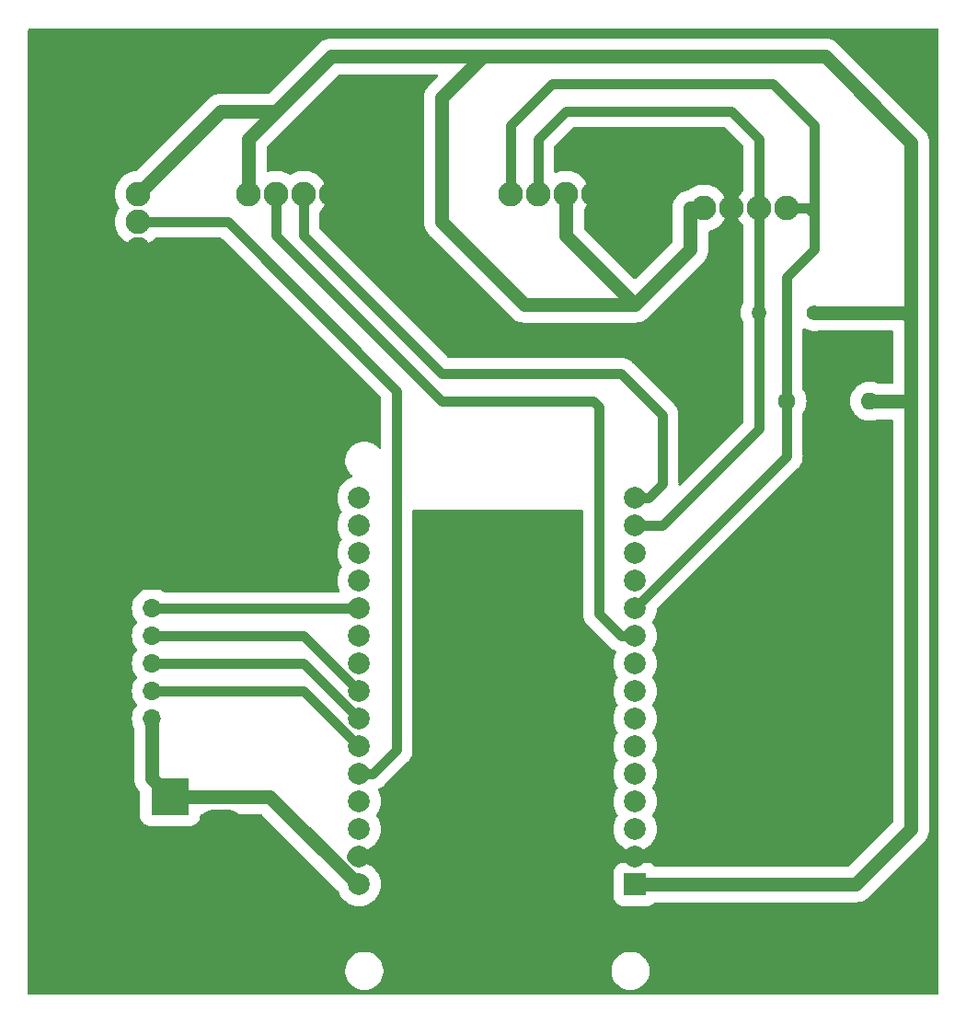
<source format=gbr>
%TF.GenerationSoftware,KiCad,Pcbnew,7.0.8*%
%TF.CreationDate,2023-11-16T13:38:24-05:00*%
%TF.ProjectId,tarbiukuan,74617262-6975-46b7-9561-6e2e6b696361,rev?*%
%TF.SameCoordinates,Original*%
%TF.FileFunction,Copper,L2,Bot*%
%TF.FilePolarity,Positive*%
%FSLAX46Y46*%
G04 Gerber Fmt 4.6, Leading zero omitted, Abs format (unit mm)*
G04 Created by KiCad (PCBNEW 7.0.8) date 2023-11-16 13:38:24*
%MOMM*%
%LPD*%
G01*
G04 APERTURE LIST*
G04 Aperture macros list*
%AMRoundRect*
0 Rectangle with rounded corners*
0 $1 Rounding radius*
0 $2 $3 $4 $5 $6 $7 $8 $9 X,Y pos of 4 corners*
0 Add a 4 corners polygon primitive as box body*
4,1,4,$2,$3,$4,$5,$6,$7,$8,$9,$2,$3,0*
0 Add four circle primitives for the rounded corners*
1,1,$1+$1,$2,$3*
1,1,$1+$1,$4,$5*
1,1,$1+$1,$6,$7*
1,1,$1+$1,$8,$9*
0 Add four rect primitives between the rounded corners*
20,1,$1+$1,$2,$3,$4,$5,0*
20,1,$1+$1,$4,$5,$6,$7,0*
20,1,$1+$1,$6,$7,$8,$9,0*
20,1,$1+$1,$8,$9,$2,$3,0*%
%AMFreePoly0*
4,1,35,0.312797,1.099367,0.509479,1.023172,0.688811,0.912134,0.844687,0.770034,0.971798,0.601712,1.065816,0.412899,1.123538,0.210026,1.143000,0.000000,1.123538,-0.210026,1.065816,-0.412899,0.971798,-0.601712,0.844687,-0.770034,0.688811,-0.912134,0.509479,-1.023172,0.312797,-1.099367,0.105463,-1.138124,-0.105463,-1.138124,-0.312797,-1.099367,-0.509479,-1.023172,-0.688811,-0.912134,
-0.844687,-0.770034,-0.971798,-0.601712,-1.065816,-0.412899,-1.123538,-0.210026,-1.143000,0.000000,-1.123538,0.210026,-1.065816,0.412899,-0.971798,0.601712,-0.844687,0.770034,-0.688811,0.912134,-0.509479,1.023172,-0.312797,1.099367,-0.105463,1.138124,0.105463,1.138124,0.312797,1.099367,0.312797,1.099367,$1*%
G04 Aperture macros list end*
%TA.AperFunction,ComponentPad*%
%ADD10R,2.000000X2.000000*%
%TD*%
%TA.AperFunction,ComponentPad*%
%ADD11C,2.000000*%
%TD*%
%TA.AperFunction,ComponentPad*%
%ADD12FreePoly0,180.000000*%
%TD*%
%TA.AperFunction,ComponentPad*%
%ADD13C,1.600000*%
%TD*%
%TA.AperFunction,ComponentPad*%
%ADD14O,1.600000X1.600000*%
%TD*%
%TA.AperFunction,ComponentPad*%
%ADD15R,1.700000X1.700000*%
%TD*%
%TA.AperFunction,ComponentPad*%
%ADD16O,1.700000X1.700000*%
%TD*%
%TA.AperFunction,ComponentPad*%
%ADD17R,3.500000X3.500000*%
%TD*%
%TA.AperFunction,ComponentPad*%
%ADD18RoundRect,0.750000X1.000000X-0.750000X1.000000X0.750000X-1.000000X0.750000X-1.000000X-0.750000X0*%
%TD*%
%TA.AperFunction,ComponentPad*%
%ADD19RoundRect,0.875000X0.875000X-0.875000X0.875000X0.875000X-0.875000X0.875000X-0.875000X-0.875000X0*%
%TD*%
%TA.AperFunction,ComponentPad*%
%ADD20C,1.400000*%
%TD*%
%TA.AperFunction,ComponentPad*%
%ADD21O,1.400000X1.400000*%
%TD*%
%TA.AperFunction,ComponentPad*%
%ADD22FreePoly0,90.000000*%
%TD*%
%TA.AperFunction,ComponentPad*%
%ADD23FreePoly0,0.000000*%
%TD*%
%TA.AperFunction,ViaPad*%
%ADD24C,0.800000*%
%TD*%
%TA.AperFunction,Conductor*%
%ADD25C,0.900000*%
%TD*%
%TA.AperFunction,Conductor*%
%ADD26C,1.300000*%
%TD*%
G04 APERTURE END LIST*
D10*
%TO.P,U1,1,3V3*%
%TO.N,+3.3V*%
X152400000Y-137160000D03*
D11*
%TO.P,U1,2,GND*%
%TO.N,GND*%
X152400000Y-134620000D03*
%TO.P,U1,3,D15*%
%TO.N,unconnected-(U1-D15-Pad3)*%
X152400000Y-132080000D03*
%TO.P,U1,4,D2*%
%TO.N,unconnected-(U1-D2-Pad4)*%
X152400000Y-129540000D03*
%TO.P,U1,5,D4*%
%TO.N,unconnected-(U1-D4-Pad5)*%
X152400000Y-127000000D03*
%TO.P,U1,6,RX2*%
%TO.N,unconnected-(U1-RX2-Pad6)*%
X152400000Y-124460000D03*
%TO.P,U1,7,TX2*%
%TO.N,unconnected-(U1-TX2-Pad7)*%
X152400000Y-121920000D03*
%TO.P,U1,8,D5*%
%TO.N,unconnected-(U1-D5-Pad8)*%
X152400000Y-119380000D03*
%TO.P,U1,9,D18*%
%TO.N,unconnected-(U1-D18-Pad9)*%
X152400000Y-116840000D03*
%TO.P,U1,10,D19*%
%TO.N,/SDA1*%
X152400000Y-114300000D03*
%TO.P,U1,11,D21*%
%TO.N,/SDA*%
X152400000Y-111760000D03*
%TO.P,U1,12,RX0*%
%TO.N,unconnected-(U1-RX0-Pad12)*%
X152400000Y-109220000D03*
%TO.P,U1,13,TX0*%
%TO.N,unconnected-(U1-TX0-Pad13)*%
X152400000Y-106680000D03*
%TO.P,U1,14,D22*%
%TO.N,/SCL*%
X152400000Y-104140000D03*
%TO.P,U1,15,D23*%
%TO.N,/SCL1*%
X152400000Y-101600000D03*
%TO.P,U1,16,EN*%
%TO.N,unconnected-(U1-EN-Pad16)*%
X127000000Y-101600000D03*
%TO.P,U1,17,VP*%
%TO.N,unconnected-(U1-VP-Pad17)*%
X127000000Y-104140000D03*
%TO.P,U1,18,VN*%
%TO.N,unconnected-(U1-VN-Pad18)*%
X127000000Y-106680000D03*
%TO.P,U1,19,D34*%
%TO.N,unconnected-(U1-D34-Pad19)*%
X127000000Y-109220000D03*
%TO.P,U1,20,D35*%
%TO.N,/D35*%
X127000000Y-111760000D03*
%TO.P,U1,21,D32*%
%TO.N,unconnected-(U1-D32-Pad21)*%
X127000000Y-114300000D03*
%TO.P,U1,22,D33*%
%TO.N,unconnected-(U1-D33-Pad22)*%
X127000000Y-116840000D03*
%TO.P,U1,23,D25*%
%TO.N,/D25*%
X127000000Y-119380000D03*
%TO.P,U1,24,D26*%
%TO.N,/D26*%
X127000000Y-121920000D03*
%TO.P,U1,25,D27*%
%TO.N,/D27*%
X127000000Y-124460000D03*
%TO.P,U1,26,D14*%
%TO.N,/OUT*%
X127000000Y-127000000D03*
%TO.P,U1,27,D12*%
%TO.N,unconnected-(U1-D12-Pad27)*%
X127000000Y-129540000D03*
%TO.P,U1,28,D13*%
%TO.N,unconnected-(U1-D13-Pad28)*%
X127000000Y-132080000D03*
%TO.P,U1,29,GND*%
%TO.N,GND*%
X127000000Y-134620000D03*
%TO.P,U1,30,VIN*%
%TO.N,+5V*%
X127000000Y-137160000D03*
%TD*%
D12*
%TO.P,MLX1,1,SDA*%
%TO.N,/SDA*%
X166370000Y-74930000D03*
%TO.P,MLX1,2,SCL*%
%TO.N,/SCL*%
X163830000Y-74930000D03*
%TO.P,MLX1,3,GND*%
%TO.N,GND*%
X161290000Y-74930000D03*
%TO.P,MLX1,4,VIN*%
%TO.N,+3.3V*%
X158750000Y-74930000D03*
%TD*%
D13*
%TO.P,R1,1*%
%TO.N,/SDA*%
X166370000Y-92710000D03*
D14*
%TO.P,R1,2*%
%TO.N,+3.3V*%
X173990000Y-92710000D03*
%TD*%
D15*
%TO.P,J1,1,Pin_1*%
%TO.N,GND*%
X107950000Y-109220000D03*
D16*
%TO.P,J1,2,Pin_2*%
%TO.N,/D35*%
X107950000Y-111760000D03*
%TO.P,J1,3,Pin_3*%
%TO.N,/D25*%
X107950000Y-114300000D03*
%TO.P,J1,4,Pin_4*%
%TO.N,/D26*%
X107950000Y-116840000D03*
%TO.P,J1,5,Pin_5*%
%TO.N,/D27*%
X107950000Y-119380000D03*
%TO.P,J1,6,Pin_6*%
%TO.N,+5V*%
X107950000Y-121920000D03*
%TD*%
D17*
%TO.P,J3,1*%
%TO.N,+5V*%
X109600000Y-129080000D03*
D18*
%TO.P,J3,2*%
%TO.N,GND*%
X109600000Y-135080000D03*
D19*
%TO.P,J3,3*%
X114300000Y-132080000D03*
%TD*%
D20*
%TO.P,R2,1*%
%TO.N,+3.3V*%
X168910000Y-84533750D03*
D21*
%TO.P,R2,2*%
%TO.N,/SCL*%
X163830000Y-84533750D03*
%TD*%
D22*
%TO.P,Son1,1,GND*%
%TO.N,GND*%
X106680000Y-78740000D03*
%TO.P,Son1,2,OUT*%
%TO.N,/OUT*%
X106680000Y-76200000D03*
%TO.P,Son1,3,+5V*%
%TO.N,+3.3V*%
X106680000Y-73660000D03*
%TD*%
D12*
%TO.P,Oled1,1,GND*%
%TO.N,GND*%
X148590000Y-73660000D03*
%TO.P,Oled1,2,VCC*%
%TO.N,+3.3V*%
X146050000Y-73660000D03*
%TO.P,Oled1,3,SCL*%
%TO.N,/SCL*%
X143510000Y-73660000D03*
%TO.P,Oled1,4,SDA*%
%TO.N,/SDA*%
X140970000Y-73660000D03*
%TD*%
D23*
%TO.P,MAX1,1,VIN*%
%TO.N,+3.3V*%
X116840000Y-73660000D03*
%TO.P,MAX1,2,SDA*%
%TO.N,/SDA1*%
X119380000Y-73660000D03*
%TO.P,MAX1,3,SCL*%
%TO.N,/SCL1*%
X121920000Y-73660000D03*
%TO.P,MAX1,4,GND*%
%TO.N,GND*%
X124460000Y-73660000D03*
%TD*%
D24*
%TO.N,GND*%
X129540000Y-81280000D03*
X120650000Y-87630000D03*
X153670000Y-78740000D03*
X157480000Y-90170000D03*
%TD*%
D25*
%TO.N,/SDA1*%
X148590000Y-92710000D02*
X134620000Y-92710000D01*
X134620000Y-92710000D02*
X119380000Y-77470000D01*
X149060000Y-93180000D02*
X148590000Y-92710000D01*
X149060000Y-112230000D02*
X149060000Y-93180000D01*
X119380000Y-77470000D02*
X119380000Y-73660000D01*
X151130000Y-114300000D02*
X149060000Y-112230000D01*
X152400000Y-114300000D02*
X151130000Y-114300000D01*
%TO.N,/SCL1*%
X153670000Y-101600000D02*
X154940000Y-100330000D01*
X152400000Y-101600000D02*
X153670000Y-101600000D01*
X134620000Y-90170000D02*
X151130000Y-90170000D01*
X154940000Y-93980000D02*
X154940000Y-100330000D01*
X121920000Y-77470000D02*
X134620000Y-90170000D01*
X121920000Y-73660000D02*
X121920000Y-77470000D01*
X151130000Y-90170000D02*
X154940000Y-93980000D01*
%TO.N,/OUT*%
X114940390Y-76200000D02*
X106680000Y-76200000D01*
X130470000Y-91729610D02*
X114940390Y-76200000D01*
X130470000Y-124800000D02*
X130470000Y-91729610D01*
X128270000Y-127000000D02*
X130470000Y-124800000D01*
X127000000Y-127000000D02*
X128270000Y-127000000D01*
%TO.N,/SCL*%
X143510000Y-68580000D02*
X143510000Y-73660000D01*
X161290000Y-66040000D02*
X146050000Y-66040000D01*
X154940000Y-104140000D02*
X163830000Y-95250000D01*
X163830000Y-95250000D02*
X163830000Y-68580000D01*
X163830000Y-68580000D02*
X161290000Y-66040000D01*
X146050000Y-66040000D02*
X143510000Y-68580000D01*
X152400000Y-104140000D02*
X154940000Y-104140000D01*
%TO.N,/D35*%
X107950000Y-111760000D02*
X127000000Y-111760000D01*
%TO.N,/D25*%
X107950000Y-114300000D02*
X121920000Y-114300000D01*
%TO.N,/D26*%
X107950000Y-116840000D02*
X121920000Y-116840000D01*
%TO.N,/D27*%
X107950000Y-119380000D02*
X121920000Y-119380000D01*
D26*
%TO.N,+5V*%
X107950000Y-127430000D02*
X109600000Y-129080000D01*
X107950000Y-121920000D02*
X107950000Y-127430000D01*
%TO.N,GND*%
X126505024Y-134620000D02*
X127000000Y-134620000D01*
D25*
%TO.N,/D25*%
X121920000Y-114300000D02*
X127000000Y-119380000D01*
%TO.N,/D26*%
X121920000Y-116840000D02*
X127000000Y-121920000D01*
%TO.N,/D27*%
X121920000Y-119380000D02*
X127000000Y-124460000D01*
D26*
%TO.N,+5V*%
X118767336Y-129080000D02*
X126847336Y-137160000D01*
X126847336Y-137160000D02*
X127000000Y-137160000D01*
X109600000Y-129080000D02*
X118767336Y-129080000D01*
%TO.N,+3.3V*%
X168910000Y-84533750D02*
X177243750Y-84533750D01*
X177800000Y-132080000D02*
X177800000Y-92710000D01*
X116840000Y-68580000D02*
X116840000Y-73660000D01*
X177800000Y-92710000D02*
X177800000Y-85090000D01*
X177800000Y-77470000D02*
X177800000Y-68892577D01*
X177243750Y-84533750D02*
X177800000Y-85090000D01*
X146050000Y-77470000D02*
X152400000Y-83820000D01*
X152400000Y-137160000D02*
X172720000Y-137160000D01*
X142240000Y-83820000D02*
X147320000Y-83820000D01*
X158750000Y-74930000D02*
X157480000Y-74930000D01*
X138430000Y-60960000D02*
X134620000Y-64770000D01*
X119380000Y-66040000D02*
X114300000Y-66040000D01*
X173990000Y-92710000D02*
X177800000Y-92710000D01*
X152400000Y-83820000D02*
X157480000Y-78740000D01*
X134620000Y-76200000D02*
X142240000Y-83820000D01*
X147320000Y-83820000D02*
X152400000Y-83820000D01*
X157480000Y-78740000D02*
X157480000Y-74930000D01*
X177800000Y-68892577D02*
X169867423Y-60960000D01*
X177800000Y-83820000D02*
X177800000Y-76200000D01*
X169867423Y-60960000D02*
X138430000Y-60960000D01*
X177800000Y-85090000D02*
X177800000Y-83820000D01*
X146050000Y-73660000D02*
X146050000Y-77470000D01*
X172720000Y-137160000D02*
X177800000Y-132080000D01*
X134620000Y-64770000D02*
X134620000Y-76200000D01*
X119380000Y-66040000D02*
X124460000Y-60960000D01*
X119380000Y-66040000D02*
X116840000Y-68580000D01*
X124460000Y-60960000D02*
X158750000Y-60960000D01*
X114300000Y-66040000D02*
X106680000Y-73660000D01*
D25*
%TO.N,/SDA*%
X166370000Y-81280000D02*
X166370000Y-97790000D01*
X166370000Y-97790000D02*
X152400000Y-111760000D01*
X168353750Y-74930000D02*
X166370000Y-74930000D01*
X168910000Y-67310000D02*
X168910000Y-75486250D01*
X140970000Y-67310000D02*
X144780000Y-63500000D01*
X168910000Y-75486250D02*
X168353750Y-74930000D01*
X168910000Y-78740000D02*
X166370000Y-81280000D01*
X140970000Y-73660000D02*
X140970000Y-67310000D01*
X168910000Y-74930000D02*
X168910000Y-78740000D01*
X144780000Y-63500000D02*
X165100000Y-63500000D01*
X165100000Y-63500000D02*
X168910000Y-67310000D01*
%TD*%
%TA.AperFunction,Conductor*%
%TO.N,GND*%
G36*
X134213017Y-62630185D02*
G01*
X134258772Y-62682989D01*
X134268716Y-62752147D01*
X134239691Y-62815703D01*
X134233659Y-62822181D01*
X133500502Y-63555337D01*
X133496927Y-63558641D01*
X133449312Y-63599310D01*
X133280588Y-63796859D01*
X133144843Y-64018376D01*
X133045427Y-64258389D01*
X132984778Y-64511009D01*
X132978113Y-64595706D01*
X132964396Y-64770000D01*
X132969309Y-64832426D01*
X132969500Y-64837292D01*
X132969500Y-76132706D01*
X132969309Y-76137572D01*
X132964396Y-76199999D01*
X132969500Y-76264853D01*
X132984778Y-76458990D01*
X133045427Y-76711610D01*
X133144843Y-76951623D01*
X133144845Y-76951627D01*
X133144846Y-76951628D01*
X133280588Y-77173140D01*
X133449311Y-77370689D01*
X133496939Y-77411367D01*
X133500490Y-77414650D01*
X141025342Y-84939501D01*
X141028635Y-84943064D01*
X141069311Y-84990689D01*
X141172979Y-85079230D01*
X141261521Y-85154853D01*
X141266856Y-85159409D01*
X141266860Y-85159412D01*
X141488371Y-85295154D01*
X141558671Y-85324272D01*
X141728390Y-85394573D01*
X141981006Y-85455221D01*
X142240000Y-85475604D01*
X142298276Y-85471017D01*
X142302427Y-85470691D01*
X142307293Y-85470500D01*
X147255147Y-85470500D01*
X152332707Y-85470500D01*
X152337573Y-85470691D01*
X152342052Y-85471043D01*
X152400000Y-85475604D01*
X152464853Y-85470500D01*
X152658994Y-85455221D01*
X152911610Y-85394573D01*
X153151628Y-85295154D01*
X153373140Y-85159412D01*
X153570689Y-84990689D01*
X153611367Y-84943059D01*
X153614638Y-84939520D01*
X158599520Y-79954638D01*
X158603059Y-79951367D01*
X158650689Y-79910689D01*
X158819412Y-79713140D01*
X158955154Y-79491628D01*
X159054573Y-79251610D01*
X159115221Y-78998994D01*
X159130500Y-78804853D01*
X159135604Y-78740000D01*
X159130691Y-78677572D01*
X159130500Y-78672706D01*
X159130500Y-77147719D01*
X159150185Y-77080680D01*
X159202989Y-77034925D01*
X159231714Y-77025831D01*
X159248925Y-77022614D01*
X159427425Y-76971826D01*
X159624950Y-76895304D01*
X159791073Y-76812585D01*
X159971173Y-76701072D01*
X159974016Y-76698925D01*
X160119256Y-76589246D01*
X160119262Y-76589239D01*
X160119272Y-76589233D01*
X160275816Y-76446524D01*
X160400839Y-76309381D01*
X160528495Y-76140338D01*
X160626193Y-75982549D01*
X160720613Y-75792927D01*
X160787651Y-75619882D01*
X160845621Y-75416140D01*
X160879722Y-75233716D01*
X160882078Y-75208296D01*
X160897729Y-75039385D01*
X160899267Y-75022790D01*
X160899267Y-74837210D01*
X160890559Y-74743237D01*
X160879723Y-74626292D01*
X160879723Y-74626291D01*
X160879722Y-74626284D01*
X160845621Y-74443860D01*
X160787651Y-74240118D01*
X160720613Y-74067073D01*
X160626193Y-73877451D01*
X160528495Y-73719662D01*
X160400839Y-73550619D01*
X160370066Y-73516862D01*
X160275821Y-73413480D01*
X160119274Y-73270769D01*
X160119256Y-73270753D01*
X159971180Y-73158932D01*
X159791071Y-73047414D01*
X159791065Y-73047411D01*
X159624951Y-72964696D01*
X159556817Y-72938301D01*
X159427425Y-72888174D01*
X159427411Y-72888170D01*
X159427408Y-72888169D01*
X159248932Y-72837388D01*
X159248925Y-72837386D01*
X159040703Y-72798463D01*
X159040697Y-72798462D01*
X159040695Y-72798462D01*
X159040694Y-72798461D01*
X158891484Y-72784635D01*
X158855915Y-72781340D01*
X158644085Y-72781340D01*
X158610660Y-72784437D01*
X158459305Y-72798461D01*
X158459304Y-72798462D01*
X158459300Y-72798462D01*
X158459297Y-72798463D01*
X158251075Y-72837386D01*
X158251069Y-72837387D01*
X158251067Y-72837388D01*
X158072591Y-72888169D01*
X158072581Y-72888172D01*
X158072575Y-72888174D01*
X158015789Y-72910173D01*
X157875048Y-72964696D01*
X157708934Y-73047411D01*
X157708928Y-73047414D01*
X157528819Y-73158932D01*
X157392712Y-73261716D01*
X157327717Y-73286380D01*
X157310965Y-73287698D01*
X157221006Y-73294779D01*
X157221002Y-73294780D01*
X156968389Y-73355427D01*
X156728376Y-73454843D01*
X156506859Y-73590588D01*
X156309311Y-73759311D01*
X156140588Y-73956859D01*
X156004843Y-74178376D01*
X155905427Y-74418389D01*
X155844778Y-74671009D01*
X155824396Y-74930000D01*
X155829309Y-74992426D01*
X155829500Y-74997292D01*
X155829500Y-78004978D01*
X155809815Y-78072017D01*
X155793181Y-78092659D01*
X152487681Y-81398159D01*
X152426358Y-81431644D01*
X152356666Y-81426660D01*
X152312319Y-81398159D01*
X147736819Y-76822659D01*
X147703334Y-76761336D01*
X147700500Y-76734978D01*
X147700500Y-75081391D01*
X147720185Y-75014352D01*
X147725546Y-75006664D01*
X147783440Y-74930000D01*
X147828495Y-74870338D01*
X147926193Y-74712549D01*
X148020613Y-74522927D01*
X148087651Y-74349882D01*
X148145621Y-74146140D01*
X148179722Y-73963716D01*
X148180358Y-73956859D01*
X148198051Y-73765912D01*
X148199267Y-73752790D01*
X148199267Y-73567210D01*
X148185022Y-73413476D01*
X148179723Y-73356292D01*
X148179723Y-73356291D01*
X148179722Y-73356284D01*
X148145621Y-73173860D01*
X148141983Y-73161075D01*
X148109643Y-73047411D01*
X148087651Y-72970118D01*
X148020613Y-72797073D01*
X147926193Y-72607451D01*
X147828495Y-72449662D01*
X147700839Y-72280619D01*
X147662541Y-72238608D01*
X147575821Y-72143480D01*
X147419274Y-72000769D01*
X147419256Y-72000753D01*
X147271180Y-71888932D01*
X147139499Y-71807399D01*
X147091073Y-71777415D01*
X147091065Y-71777411D01*
X146924951Y-71694696D01*
X146859108Y-71669188D01*
X146727425Y-71618174D01*
X146727411Y-71618170D01*
X146727408Y-71618169D01*
X146548932Y-71567388D01*
X146548925Y-71567386D01*
X146340703Y-71528463D01*
X146340697Y-71528462D01*
X146340695Y-71528462D01*
X146340694Y-71528461D01*
X146191484Y-71514635D01*
X146155915Y-71511340D01*
X145944085Y-71511340D01*
X145910660Y-71514437D01*
X145759305Y-71528461D01*
X145759304Y-71528462D01*
X145759300Y-71528462D01*
X145759297Y-71528463D01*
X145551075Y-71567386D01*
X145551069Y-71567387D01*
X145551067Y-71567388D01*
X145372591Y-71618169D01*
X145372581Y-71618172D01*
X145372575Y-71618174D01*
X145329295Y-71634941D01*
X145175052Y-71694694D01*
X145139770Y-71712263D01*
X145070985Y-71724523D01*
X145006490Y-71697649D01*
X144966763Y-71640173D01*
X144960500Y-71601262D01*
X144960500Y-69232178D01*
X144980185Y-69165139D01*
X144996819Y-69144497D01*
X146614497Y-67526819D01*
X146675820Y-67493334D01*
X146702178Y-67490500D01*
X160637821Y-67490500D01*
X160704860Y-67510185D01*
X160725502Y-67526819D01*
X162343181Y-69144497D01*
X162376666Y-69205820D01*
X162379500Y-69232178D01*
X162379500Y-73290064D01*
X162359815Y-73357103D01*
X162339039Y-73381700D01*
X162304184Y-73413474D01*
X162179165Y-73550614D01*
X162179162Y-73550617D01*
X162179161Y-73550619D01*
X162159955Y-73576050D01*
X162051506Y-73719659D01*
X161953809Y-73877447D01*
X161953800Y-73877463D01*
X161859389Y-74067067D01*
X161859388Y-74067068D01*
X161792349Y-74240119D01*
X161792344Y-74240134D01*
X161734380Y-74443852D01*
X161700276Y-74626291D01*
X161700276Y-74626292D01*
X161688860Y-74749500D01*
X161680733Y-74837210D01*
X161680733Y-75022790D01*
X161682271Y-75039385D01*
X161700276Y-75233707D01*
X161700276Y-75233708D01*
X161734380Y-75416147D01*
X161788893Y-75607737D01*
X161792349Y-75619882D01*
X161815571Y-75679824D01*
X161859388Y-75792931D01*
X161859389Y-75792932D01*
X161953800Y-75982536D01*
X161953809Y-75982552D01*
X162051506Y-76140340D01*
X162095240Y-76198252D01*
X162179161Y-76309381D01*
X162304184Y-76446524D01*
X162339039Y-76478299D01*
X162375319Y-76538007D01*
X162379500Y-76569934D01*
X162379500Y-83611863D01*
X162362888Y-83673862D01*
X162293606Y-83793864D01*
X162200492Y-84031112D01*
X162200490Y-84031119D01*
X162143777Y-84279595D01*
X162124732Y-84533745D01*
X162124732Y-84533754D01*
X162143777Y-84787904D01*
X162200490Y-85036380D01*
X162200492Y-85036387D01*
X162293608Y-85273640D01*
X162362887Y-85393635D01*
X162379500Y-85455635D01*
X162379500Y-94597820D01*
X162359815Y-94664859D01*
X162343181Y-94685501D01*
X156603204Y-100425477D01*
X156541881Y-100458962D01*
X156472189Y-100453978D01*
X156416256Y-100412106D01*
X156391839Y-100346642D01*
X156391629Y-100332684D01*
X156394228Y-100269853D01*
X156390975Y-100243762D01*
X156390500Y-100236090D01*
X156390500Y-94073909D01*
X156390977Y-94066233D01*
X156394228Y-94040146D01*
X156394228Y-94040145D01*
X156390500Y-93950013D01*
X156390500Y-93920012D01*
X156388022Y-93890108D01*
X156387502Y-93877544D01*
X156384294Y-93799969D01*
X156378896Y-93774227D01*
X156377790Y-93766633D01*
X156376980Y-93756858D01*
X156375620Y-93740437D01*
X156353477Y-93652995D01*
X156334964Y-93564702D01*
X156325405Y-93540207D01*
X156323065Y-93532904D01*
X156316610Y-93507409D01*
X156280375Y-93424802D01*
X156247583Y-93340762D01*
X156234122Y-93318174D01*
X156230609Y-93311349D01*
X156220049Y-93287272D01*
X156170705Y-93211747D01*
X156124533Y-93134260D01*
X156112466Y-93120012D01*
X156107544Y-93114200D01*
X156102949Y-93108037D01*
X156098882Y-93101813D01*
X156088571Y-93086031D01*
X156027472Y-93019659D01*
X156008078Y-92996761D01*
X156008075Y-92996758D01*
X155986859Y-92975541D01*
X155925767Y-92909178D01*
X155925766Y-92909177D01*
X155925764Y-92909175D01*
X155905015Y-92893025D01*
X155899253Y-92887936D01*
X152222063Y-89210746D01*
X152216972Y-89204981D01*
X152200826Y-89184237D01*
X152200821Y-89184232D01*
X152134459Y-89123141D01*
X152113237Y-89101920D01*
X152107871Y-89097375D01*
X152090340Y-89082527D01*
X152023969Y-89021429D01*
X152023964Y-89021425D01*
X152001957Y-89007047D01*
X151995794Y-89002451D01*
X151975738Y-88985465D01*
X151898252Y-88939294D01*
X151822726Y-88889950D01*
X151822720Y-88889946D01*
X151798657Y-88879391D01*
X151791819Y-88875872D01*
X151769240Y-88862418D01*
X151769233Y-88862415D01*
X151685194Y-88829623D01*
X151602590Y-88793389D01*
X151577106Y-88786935D01*
X151569784Y-88784589D01*
X151545306Y-88775038D01*
X151545300Y-88775036D01*
X151501150Y-88765779D01*
X151457001Y-88756522D01*
X151427349Y-88749013D01*
X151369561Y-88734379D01*
X151343369Y-88732209D01*
X151335761Y-88731100D01*
X151310041Y-88725707D01*
X151310028Y-88725705D01*
X151219892Y-88721977D01*
X151212415Y-88721357D01*
X151189990Y-88719500D01*
X151189987Y-88719500D01*
X151159986Y-88719500D01*
X151069854Y-88715772D01*
X151069853Y-88715772D01*
X151043762Y-88719024D01*
X151036090Y-88719500D01*
X135272179Y-88719500D01*
X135205140Y-88699815D01*
X135184498Y-88683181D01*
X123406819Y-76905502D01*
X123373334Y-76844179D01*
X123370500Y-76817821D01*
X123370500Y-75299934D01*
X123390185Y-75232895D01*
X123410957Y-75208301D01*
X123445816Y-75176524D01*
X123570839Y-75039381D01*
X123698495Y-74870338D01*
X123796193Y-74712549D01*
X123890613Y-74522927D01*
X123957651Y-74349882D01*
X124015621Y-74146140D01*
X124049722Y-73963716D01*
X124050358Y-73956859D01*
X124068051Y-73765912D01*
X124069267Y-73752790D01*
X124069267Y-73567210D01*
X124055022Y-73413476D01*
X124049723Y-73356292D01*
X124049723Y-73356291D01*
X124049722Y-73356284D01*
X124015621Y-73173860D01*
X124011983Y-73161075D01*
X123979643Y-73047411D01*
X123957651Y-72970118D01*
X123890613Y-72797073D01*
X123796193Y-72607451D01*
X123698495Y-72449662D01*
X123570839Y-72280619D01*
X123532541Y-72238608D01*
X123445821Y-72143480D01*
X123289274Y-72000769D01*
X123289256Y-72000753D01*
X123141180Y-71888932D01*
X123009499Y-71807399D01*
X122961073Y-71777415D01*
X122961065Y-71777411D01*
X122794951Y-71694696D01*
X122729108Y-71669188D01*
X122597425Y-71618174D01*
X122597411Y-71618170D01*
X122597408Y-71618169D01*
X122418932Y-71567388D01*
X122418925Y-71567386D01*
X122210703Y-71528463D01*
X122210697Y-71528462D01*
X122210695Y-71528462D01*
X122210694Y-71528461D01*
X122061484Y-71514635D01*
X122025915Y-71511340D01*
X121814085Y-71511340D01*
X121780660Y-71514437D01*
X121629305Y-71528461D01*
X121629304Y-71528462D01*
X121629300Y-71528462D01*
X121629297Y-71528463D01*
X121421075Y-71567386D01*
X121421069Y-71567387D01*
X121421067Y-71567388D01*
X121242591Y-71618169D01*
X121242581Y-71618172D01*
X121242575Y-71618174D01*
X121199295Y-71634941D01*
X121045048Y-71694696D01*
X120878934Y-71777411D01*
X120878918Y-71777419D01*
X120715277Y-71878742D01*
X120647917Y-71897297D01*
X120584723Y-71878742D01*
X120421081Y-71777419D01*
X120421065Y-71777411D01*
X120254951Y-71694696D01*
X120189108Y-71669188D01*
X120057425Y-71618174D01*
X120057411Y-71618170D01*
X120057408Y-71618169D01*
X119878932Y-71567388D01*
X119878925Y-71567386D01*
X119670703Y-71528463D01*
X119670697Y-71528462D01*
X119670695Y-71528462D01*
X119670694Y-71528461D01*
X119521484Y-71514635D01*
X119485915Y-71511340D01*
X119274085Y-71511340D01*
X119240660Y-71514437D01*
X119089305Y-71528461D01*
X119089304Y-71528462D01*
X119089300Y-71528462D01*
X119089297Y-71528463D01*
X118881075Y-71567386D01*
X118881069Y-71567387D01*
X118881067Y-71567388D01*
X118702591Y-71618169D01*
X118702579Y-71618172D01*
X118702575Y-71618174D01*
X118702572Y-71618174D01*
X118702560Y-71618179D01*
X118659292Y-71634941D01*
X118589669Y-71640802D01*
X118527929Y-71608092D01*
X118493675Y-71547195D01*
X118490500Y-71519314D01*
X118490500Y-69315020D01*
X118510185Y-69247981D01*
X118526814Y-69227344D01*
X120499514Y-67254643D01*
X120503051Y-67251373D01*
X120550689Y-67210689D01*
X120591367Y-67163059D01*
X120594638Y-67159520D01*
X125107341Y-62646819D01*
X125168664Y-62613334D01*
X125195022Y-62610500D01*
X134145978Y-62610500D01*
X134213017Y-62630185D01*
G37*
%TD.AperFunction*%
%TA.AperFunction,Conductor*%
G36*
X180283039Y-58439685D02*
G01*
X180328794Y-58492489D01*
X180340000Y-58544000D01*
X180340000Y-147196000D01*
X180320315Y-147263039D01*
X180267511Y-147308794D01*
X180216000Y-147320000D01*
X96644000Y-147320000D01*
X96576961Y-147300315D01*
X96531206Y-147247511D01*
X96520000Y-147196000D01*
X96520000Y-145251187D01*
X125719500Y-145251187D01*
X125739794Y-145385823D01*
X125758604Y-145510615D01*
X125758605Y-145510617D01*
X125758606Y-145510623D01*
X125835938Y-145761326D01*
X125949767Y-145997696D01*
X125949768Y-145997697D01*
X125949770Y-145997700D01*
X125949772Y-145997704D01*
X126097567Y-146214479D01*
X126276014Y-146406801D01*
X126276018Y-146406804D01*
X126276019Y-146406805D01*
X126481143Y-146570386D01*
X126708357Y-146701568D01*
X126952584Y-146797420D01*
X127208370Y-146855802D01*
X127208376Y-146855802D01*
X127208379Y-146855803D01*
X127404500Y-146870500D01*
X127404506Y-146870500D01*
X127535500Y-146870500D01*
X127731620Y-146855803D01*
X127731622Y-146855802D01*
X127731630Y-146855802D01*
X127987416Y-146797420D01*
X128231643Y-146701568D01*
X128458857Y-146570386D01*
X128663981Y-146406805D01*
X128842433Y-146214479D01*
X128990228Y-145997704D01*
X129104063Y-145761323D01*
X129181396Y-145510615D01*
X129220499Y-145251187D01*
X150229500Y-145251187D01*
X150249794Y-145385823D01*
X150268604Y-145510615D01*
X150268605Y-145510617D01*
X150268606Y-145510623D01*
X150345938Y-145761326D01*
X150459767Y-145997696D01*
X150459768Y-145997697D01*
X150459770Y-145997700D01*
X150459772Y-145997704D01*
X150607567Y-146214479D01*
X150786014Y-146406801D01*
X150786018Y-146406804D01*
X150786019Y-146406805D01*
X150991143Y-146570386D01*
X151218357Y-146701568D01*
X151462584Y-146797420D01*
X151718370Y-146855802D01*
X151718376Y-146855802D01*
X151718379Y-146855803D01*
X151914500Y-146870500D01*
X151914506Y-146870500D01*
X152045500Y-146870500D01*
X152241620Y-146855803D01*
X152241622Y-146855802D01*
X152241630Y-146855802D01*
X152497416Y-146797420D01*
X152741643Y-146701568D01*
X152968857Y-146570386D01*
X153173981Y-146406805D01*
X153352433Y-146214479D01*
X153500228Y-145997704D01*
X153614063Y-145761323D01*
X153691396Y-145510615D01*
X153730500Y-145251182D01*
X153730500Y-144988818D01*
X153691396Y-144729385D01*
X153614063Y-144478677D01*
X153602121Y-144453880D01*
X153500232Y-144242303D01*
X153500231Y-144242302D01*
X153500230Y-144242301D01*
X153500228Y-144242296D01*
X153352433Y-144025521D01*
X153342441Y-144014753D01*
X153173985Y-143833198D01*
X153134533Y-143801736D01*
X152968857Y-143669614D01*
X152741643Y-143538432D01*
X152497416Y-143442580D01*
X152497411Y-143442578D01*
X152497402Y-143442576D01*
X152279818Y-143392914D01*
X152241630Y-143384198D01*
X152241629Y-143384197D01*
X152241625Y-143384197D01*
X152241620Y-143384196D01*
X152045500Y-143369500D01*
X152045494Y-143369500D01*
X151914506Y-143369500D01*
X151914500Y-143369500D01*
X151718379Y-143384196D01*
X151718374Y-143384197D01*
X151462597Y-143442576D01*
X151462578Y-143442582D01*
X151218356Y-143538432D01*
X150991143Y-143669614D01*
X150786014Y-143833198D01*
X150607567Y-144025520D01*
X150459768Y-144242302D01*
X150459767Y-144242303D01*
X150345938Y-144478673D01*
X150268606Y-144729376D01*
X150268605Y-144729381D01*
X150268604Y-144729385D01*
X150253853Y-144827247D01*
X150229500Y-144988812D01*
X150229500Y-145251187D01*
X129220499Y-145251187D01*
X129220500Y-145251182D01*
X129220500Y-144988818D01*
X129181396Y-144729385D01*
X129104063Y-144478677D01*
X129092121Y-144453880D01*
X128990232Y-144242303D01*
X128990231Y-144242302D01*
X128990230Y-144242301D01*
X128990228Y-144242296D01*
X128842433Y-144025521D01*
X128832441Y-144014753D01*
X128663985Y-143833198D01*
X128624533Y-143801736D01*
X128458857Y-143669614D01*
X128231643Y-143538432D01*
X127987416Y-143442580D01*
X127987411Y-143442578D01*
X127987402Y-143442576D01*
X127769818Y-143392914D01*
X127731630Y-143384198D01*
X127731629Y-143384197D01*
X127731625Y-143384197D01*
X127731620Y-143384196D01*
X127535500Y-143369500D01*
X127535494Y-143369500D01*
X127404506Y-143369500D01*
X127404500Y-143369500D01*
X127208379Y-143384196D01*
X127208374Y-143384197D01*
X126952597Y-143442576D01*
X126952578Y-143442582D01*
X126708356Y-143538432D01*
X126481143Y-143669614D01*
X126276014Y-143833198D01*
X126097567Y-144025520D01*
X125949768Y-144242302D01*
X125949767Y-144242303D01*
X125835938Y-144478673D01*
X125758606Y-144729376D01*
X125758605Y-144729381D01*
X125758604Y-144729385D01*
X125743853Y-144827247D01*
X125719500Y-144988812D01*
X125719500Y-145251187D01*
X96520000Y-145251187D01*
X96520000Y-76305912D01*
X104531340Y-76305912D01*
X104548461Y-76490694D01*
X104548462Y-76490695D01*
X104548463Y-76490703D01*
X104587386Y-76698925D01*
X104587388Y-76698932D01*
X104587387Y-76698932D01*
X104634774Y-76865475D01*
X104638174Y-76877425D01*
X104674747Y-76971830D01*
X104714696Y-77074951D01*
X104797411Y-77241065D01*
X104797414Y-77241071D01*
X104908932Y-77421180D01*
X105020753Y-77569256D01*
X105020769Y-77569274D01*
X105163480Y-77725821D01*
X105266862Y-77820066D01*
X105300619Y-77850839D01*
X105469662Y-77978495D01*
X105627451Y-78076193D01*
X105627462Y-78076198D01*
X105627463Y-78076199D01*
X105817067Y-78170610D01*
X105817068Y-78170611D01*
X105817072Y-78170612D01*
X105817073Y-78170613D01*
X105990118Y-78237651D01*
X106125946Y-78276297D01*
X106193852Y-78295619D01*
X106193854Y-78295619D01*
X106193860Y-78295621D01*
X106376284Y-78329722D01*
X106376289Y-78329722D01*
X106376292Y-78329723D01*
X106477961Y-78339143D01*
X106587210Y-78349267D01*
X106587213Y-78349267D01*
X106772787Y-78349267D01*
X106772790Y-78349267D01*
X106904837Y-78337031D01*
X106983707Y-78329723D01*
X106983708Y-78329723D01*
X106983710Y-78329722D01*
X106983716Y-78329722D01*
X107166140Y-78295621D01*
X107369882Y-78237651D01*
X107542927Y-78170613D01*
X107732549Y-78076193D01*
X107890338Y-77978495D01*
X108059381Y-77850839D01*
X108196524Y-77725816D01*
X108196525Y-77725815D01*
X108228300Y-77690961D01*
X108288011Y-77654680D01*
X108319936Y-77650500D01*
X114288211Y-77650500D01*
X114355250Y-77670185D01*
X114375892Y-77686819D01*
X128983181Y-92294108D01*
X129016666Y-92355431D01*
X129019500Y-92381789D01*
X129019500Y-96950407D01*
X128999815Y-97017446D01*
X128947011Y-97063201D01*
X128877853Y-97073145D01*
X128814297Y-97044120D01*
X128804601Y-97034748D01*
X128663985Y-96883198D01*
X128624533Y-96851736D01*
X128458857Y-96719614D01*
X128231643Y-96588432D01*
X127987416Y-96492580D01*
X127987411Y-96492578D01*
X127987402Y-96492576D01*
X127743328Y-96436868D01*
X127731630Y-96434198D01*
X127731629Y-96434197D01*
X127731625Y-96434197D01*
X127731620Y-96434196D01*
X127535500Y-96419500D01*
X127535494Y-96419500D01*
X127404506Y-96419500D01*
X127404500Y-96419500D01*
X127208379Y-96434196D01*
X127208374Y-96434197D01*
X126952597Y-96492576D01*
X126952578Y-96492582D01*
X126708356Y-96588432D01*
X126481143Y-96719614D01*
X126276014Y-96883198D01*
X126097567Y-97075520D01*
X125949768Y-97292302D01*
X125949767Y-97292303D01*
X125835938Y-97528673D01*
X125758606Y-97779376D01*
X125758605Y-97779381D01*
X125758604Y-97779385D01*
X125747962Y-97849988D01*
X125719500Y-98038812D01*
X125719500Y-98301187D01*
X125738801Y-98429236D01*
X125758604Y-98560615D01*
X125758605Y-98560617D01*
X125758606Y-98560623D01*
X125835938Y-98811326D01*
X125949767Y-99047696D01*
X125949768Y-99047697D01*
X125949770Y-99047700D01*
X125949772Y-99047704D01*
X126000500Y-99122108D01*
X126097567Y-99264479D01*
X126276014Y-99456801D01*
X126276018Y-99456804D01*
X126276019Y-99456805D01*
X126342363Y-99509712D01*
X126382502Y-99566899D01*
X126385352Y-99636711D01*
X126350007Y-99696981D01*
X126308384Y-99722839D01*
X126249350Y-99744858D01*
X126166833Y-99775635D01*
X125915690Y-99912770D01*
X125915682Y-99912775D01*
X125686612Y-100084254D01*
X125686594Y-100084270D01*
X125484270Y-100286594D01*
X125484254Y-100286612D01*
X125312775Y-100515682D01*
X125312770Y-100515690D01*
X125175635Y-100766833D01*
X125075628Y-101034962D01*
X125014804Y-101314566D01*
X124994390Y-101599998D01*
X124994390Y-101600001D01*
X125014804Y-101885433D01*
X125075628Y-102165037D01*
X125175635Y-102433166D01*
X125312770Y-102684309D01*
X125312771Y-102684310D01*
X125312774Y-102684315D01*
X125387397Y-102784000D01*
X125396148Y-102795690D01*
X125420564Y-102861155D01*
X125405712Y-102929428D01*
X125396148Y-102944310D01*
X125312770Y-103055690D01*
X125175635Y-103306833D01*
X125075628Y-103574962D01*
X125014804Y-103854566D01*
X124994390Y-104139998D01*
X124994390Y-104140001D01*
X125014804Y-104425433D01*
X125075628Y-104705037D01*
X125175635Y-104973166D01*
X125312770Y-105224309D01*
X125312771Y-105224310D01*
X125312774Y-105224315D01*
X125387796Y-105324533D01*
X125396148Y-105335690D01*
X125420564Y-105401155D01*
X125405712Y-105469428D01*
X125396150Y-105484306D01*
X125369663Y-105519690D01*
X125312770Y-105595690D01*
X125175635Y-105846833D01*
X125075628Y-106114962D01*
X125014804Y-106394566D01*
X124994390Y-106679998D01*
X124994390Y-106680001D01*
X125014804Y-106965433D01*
X125075628Y-107245037D01*
X125175635Y-107513166D01*
X125312770Y-107764309D01*
X125312771Y-107764310D01*
X125312774Y-107764315D01*
X125339210Y-107799629D01*
X125396148Y-107875690D01*
X125420564Y-107941155D01*
X125405712Y-108009428D01*
X125396148Y-108024310D01*
X125312770Y-108135690D01*
X125175635Y-108386833D01*
X125075628Y-108654962D01*
X125014804Y-108934566D01*
X124994390Y-109219998D01*
X124994390Y-109220001D01*
X125014804Y-109505433D01*
X125075628Y-109785037D01*
X125075630Y-109785043D01*
X125075631Y-109785046D01*
X125175633Y-110053161D01*
X125213332Y-110122202D01*
X125215446Y-110126072D01*
X125230298Y-110194345D01*
X125205882Y-110259810D01*
X125149948Y-110301682D01*
X125106614Y-110309500D01*
X109141514Y-110309500D01*
X109074475Y-110289815D01*
X109067204Y-110284767D01*
X108953013Y-110199285D01*
X108953005Y-110199280D01*
X108720694Y-110072428D01*
X108720690Y-110072426D01*
X108472673Y-109979921D01*
X108214034Y-109923658D01*
X108214027Y-109923657D01*
X107950001Y-109904773D01*
X107949999Y-109904773D01*
X107685972Y-109923657D01*
X107685965Y-109923658D01*
X107427326Y-109979921D01*
X107179309Y-110072426D01*
X107179305Y-110072428D01*
X106946994Y-110199280D01*
X106946986Y-110199285D01*
X106735092Y-110357906D01*
X106735074Y-110357922D01*
X106547922Y-110545074D01*
X106547906Y-110545092D01*
X106389285Y-110756986D01*
X106389280Y-110756994D01*
X106262428Y-110989305D01*
X106262426Y-110989309D01*
X106169921Y-111237326D01*
X106113658Y-111495965D01*
X106113657Y-111495972D01*
X106094773Y-111759998D01*
X106094773Y-111760001D01*
X106113657Y-112024027D01*
X106113658Y-112024034D01*
X106169921Y-112282673D01*
X106262426Y-112530690D01*
X106262428Y-112530694D01*
X106389280Y-112763005D01*
X106389285Y-112763013D01*
X106533520Y-112955690D01*
X106557937Y-113021155D01*
X106543085Y-113089427D01*
X106533520Y-113104310D01*
X106389285Y-113296986D01*
X106389280Y-113296994D01*
X106262428Y-113529305D01*
X106262426Y-113529309D01*
X106169921Y-113777326D01*
X106113658Y-114035965D01*
X106113657Y-114035972D01*
X106094773Y-114299998D01*
X106094773Y-114300001D01*
X106113657Y-114564027D01*
X106113658Y-114564034D01*
X106169921Y-114822673D01*
X106262426Y-115070690D01*
X106262428Y-115070694D01*
X106389280Y-115303005D01*
X106389285Y-115303013D01*
X106533520Y-115495690D01*
X106557937Y-115561155D01*
X106543085Y-115629427D01*
X106533520Y-115644310D01*
X106389285Y-115836986D01*
X106389280Y-115836994D01*
X106262428Y-116069305D01*
X106262426Y-116069309D01*
X106169921Y-116317326D01*
X106113658Y-116575965D01*
X106113657Y-116575972D01*
X106094773Y-116839998D01*
X106094773Y-116840001D01*
X106113657Y-117104027D01*
X106113658Y-117104034D01*
X106169921Y-117362673D01*
X106262426Y-117610690D01*
X106262428Y-117610694D01*
X106389280Y-117843005D01*
X106389285Y-117843013D01*
X106533520Y-118035690D01*
X106557937Y-118101155D01*
X106543085Y-118169427D01*
X106533520Y-118184310D01*
X106389285Y-118376986D01*
X106389280Y-118376994D01*
X106262428Y-118609305D01*
X106262426Y-118609309D01*
X106169921Y-118857326D01*
X106113658Y-119115965D01*
X106113657Y-119115972D01*
X106094773Y-119379998D01*
X106094773Y-119380001D01*
X106113657Y-119644027D01*
X106113658Y-119644034D01*
X106169921Y-119902673D01*
X106262426Y-120150690D01*
X106262428Y-120150694D01*
X106389280Y-120383005D01*
X106389285Y-120383013D01*
X106533520Y-120575690D01*
X106557937Y-120641155D01*
X106543085Y-120709427D01*
X106533520Y-120724310D01*
X106389285Y-120916986D01*
X106389280Y-120916994D01*
X106262428Y-121149305D01*
X106262426Y-121149309D01*
X106169921Y-121397326D01*
X106113658Y-121655965D01*
X106113657Y-121655972D01*
X106094773Y-121919998D01*
X106094773Y-121920001D01*
X106113657Y-122184027D01*
X106113658Y-122184034D01*
X106169921Y-122442673D01*
X106262424Y-122690684D01*
X106262426Y-122690689D01*
X106284332Y-122730806D01*
X106299500Y-122790233D01*
X106299500Y-127362706D01*
X106299309Y-127367572D01*
X106294396Y-127429999D01*
X106299500Y-127494853D01*
X106314778Y-127688990D01*
X106375427Y-127941610D01*
X106474843Y-128181623D01*
X106474845Y-128181627D01*
X106474846Y-128181628D01*
X106610588Y-128403140D01*
X106779311Y-128600689D01*
X106806032Y-128623511D01*
X106844224Y-128682016D01*
X106849500Y-128717800D01*
X106849501Y-130888032D01*
X106849501Y-130888033D01*
X106860113Y-131007415D01*
X106916089Y-131203045D01*
X106916090Y-131203048D01*
X106916091Y-131203049D01*
X107010302Y-131383407D01*
X107033630Y-131412017D01*
X107138890Y-131541109D01*
X107232803Y-131617684D01*
X107296593Y-131669698D01*
X107476951Y-131763909D01*
X107672582Y-131819886D01*
X107791963Y-131830500D01*
X107791964Y-131830499D01*
X107791965Y-131830500D01*
X107791966Y-131830500D01*
X109341708Y-131830499D01*
X111408036Y-131830499D01*
X111527418Y-131819886D01*
X111723049Y-131763909D01*
X111903407Y-131669698D01*
X112061109Y-131541109D01*
X112189698Y-131383407D01*
X112283909Y-131203049D01*
X112339886Y-131007418D01*
X112350500Y-130888037D01*
X112350500Y-130854500D01*
X112370185Y-130787461D01*
X112422989Y-130741706D01*
X112474500Y-130730500D01*
X118032314Y-130730500D01*
X118099353Y-130750185D01*
X118119995Y-130766819D01*
X125055015Y-137701838D01*
X125083514Y-137746183D01*
X125175633Y-137993161D01*
X125175635Y-137993166D01*
X125312770Y-138244309D01*
X125312775Y-138244317D01*
X125484254Y-138473387D01*
X125484270Y-138473405D01*
X125686594Y-138675729D01*
X125686612Y-138675745D01*
X125915682Y-138847224D01*
X125915690Y-138847229D01*
X126166833Y-138984364D01*
X126166832Y-138984364D01*
X126166836Y-138984365D01*
X126166839Y-138984367D01*
X126434954Y-139084369D01*
X126434960Y-139084370D01*
X126434962Y-139084371D01*
X126714566Y-139145195D01*
X126714568Y-139145195D01*
X126714572Y-139145196D01*
X126968220Y-139163337D01*
X126999999Y-139165610D01*
X127000000Y-139165610D01*
X127000001Y-139165610D01*
X127028595Y-139163564D01*
X127285428Y-139145196D01*
X127565046Y-139084369D01*
X127833161Y-138984367D01*
X128084315Y-138847226D01*
X128313395Y-138675739D01*
X128515739Y-138473395D01*
X128687226Y-138244315D01*
X128824367Y-137993161D01*
X128924369Y-137725046D01*
X128985196Y-137445428D01*
X129005610Y-137160000D01*
X128985196Y-136874572D01*
X128924369Y-136594954D01*
X128824367Y-136326839D01*
X128687226Y-136075685D01*
X128617530Y-135982582D01*
X128515745Y-135846612D01*
X128515729Y-135846594D01*
X128313405Y-135644270D01*
X128313387Y-135644254D01*
X128084317Y-135472775D01*
X128084309Y-135472770D01*
X127833166Y-135335635D01*
X127833167Y-135335635D01*
X127725915Y-135295632D01*
X127565046Y-135235631D01*
X127565043Y-135235630D01*
X127565037Y-135235628D01*
X127285436Y-135174805D01*
X127285430Y-135174804D01*
X127235562Y-135171237D01*
X127170098Y-135146819D01*
X127156729Y-135135234D01*
X126185581Y-134164085D01*
X126152096Y-134102762D01*
X126157080Y-134033070D01*
X126198952Y-133977137D01*
X126264416Y-133952720D01*
X126316593Y-133960222D01*
X126434954Y-134004369D01*
X126497357Y-134017943D01*
X126714566Y-134065195D01*
X126714568Y-134065195D01*
X126714572Y-134065196D01*
X126968220Y-134083337D01*
X126999999Y-134085610D01*
X127000000Y-134085610D01*
X127000001Y-134085610D01*
X127028595Y-134083564D01*
X127285428Y-134065196D01*
X127433110Y-134033070D01*
X127565037Y-134004371D01*
X127565037Y-134004370D01*
X127565046Y-134004369D01*
X127833161Y-133904367D01*
X128084315Y-133767226D01*
X128313395Y-133595739D01*
X128515739Y-133393395D01*
X128687226Y-133164315D01*
X128824367Y-132913161D01*
X128924369Y-132645046D01*
X128985196Y-132365428D01*
X129005610Y-132080000D01*
X128985196Y-131794572D01*
X128958031Y-131669698D01*
X128924371Y-131514962D01*
X128924370Y-131514960D01*
X128924369Y-131514954D01*
X128824367Y-131246839D01*
X128687226Y-130995685D01*
X128603849Y-130884307D01*
X128579434Y-130818847D01*
X128594285Y-130750574D01*
X128603841Y-130735703D01*
X128687226Y-130624315D01*
X128824367Y-130373161D01*
X128924369Y-130105046D01*
X128985196Y-129825428D01*
X129005610Y-129540000D01*
X128985196Y-129254572D01*
X128924369Y-128974954D01*
X128824367Y-128706839D01*
X128800789Y-128663660D01*
X128727888Y-128530152D01*
X128713036Y-128461880D01*
X128737453Y-128396415D01*
X128786911Y-128357169D01*
X128825195Y-128340376D01*
X128857988Y-128327580D01*
X128909238Y-128307583D01*
X128931831Y-128294118D01*
X128938650Y-128290609D01*
X128962728Y-128280049D01*
X129038252Y-128230705D01*
X129115740Y-128184533D01*
X129135803Y-128167540D01*
X129141951Y-128162955D01*
X129163969Y-128148571D01*
X129230340Y-128087472D01*
X129234068Y-128084315D01*
X129253235Y-128068082D01*
X129274458Y-128046858D01*
X129340825Y-127985764D01*
X129356978Y-127965008D01*
X129362052Y-127959263D01*
X131429263Y-125892052D01*
X131435008Y-125886978D01*
X131455764Y-125870825D01*
X131516858Y-125804458D01*
X131538078Y-125783239D01*
X131538078Y-125783238D01*
X131538082Y-125783235D01*
X131557472Y-125760340D01*
X131618571Y-125693969D01*
X131632955Y-125671951D01*
X131637540Y-125665803D01*
X131654533Y-125645740D01*
X131700705Y-125568252D01*
X131750049Y-125492728D01*
X131760609Y-125468650D01*
X131764118Y-125461831D01*
X131777583Y-125439238D01*
X131810376Y-125355194D01*
X131846610Y-125272591D01*
X131853063Y-125247102D01*
X131855404Y-125239794D01*
X131864964Y-125215299D01*
X131883477Y-125127001D01*
X131905620Y-125039563D01*
X131907790Y-125013361D01*
X131908898Y-125005761D01*
X131914294Y-124980031D01*
X131918022Y-124889891D01*
X131920500Y-124859990D01*
X131920500Y-124829986D01*
X131924228Y-124739853D01*
X131920975Y-124713762D01*
X131920500Y-124706090D01*
X131920500Y-102784000D01*
X131940185Y-102716961D01*
X131992989Y-102671206D01*
X132044500Y-102660000D01*
X147485500Y-102660000D01*
X147552539Y-102679685D01*
X147598294Y-102732489D01*
X147609500Y-102784000D01*
X147609500Y-112136090D01*
X147609024Y-112143765D01*
X147605772Y-112169853D01*
X147609500Y-112259986D01*
X147609500Y-112289987D01*
X147611977Y-112319892D01*
X147615705Y-112410028D01*
X147615707Y-112410041D01*
X147621100Y-112435761D01*
X147622209Y-112443369D01*
X147624379Y-112469561D01*
X147646522Y-112557000D01*
X147665036Y-112645300D01*
X147665038Y-112645306D01*
X147674589Y-112669784D01*
X147676935Y-112677106D01*
X147683389Y-112702590D01*
X147719623Y-112785194D01*
X147752415Y-112869233D01*
X147752418Y-112869240D01*
X147765872Y-112891819D01*
X147769391Y-112898657D01*
X147779946Y-112922720D01*
X147779950Y-112922726D01*
X147779951Y-112922728D01*
X147811211Y-112970574D01*
X147829294Y-112998252D01*
X147875465Y-113075738D01*
X147892451Y-113095794D01*
X147897047Y-113101957D01*
X147911425Y-113123964D01*
X147911429Y-113123969D01*
X147972527Y-113190340D01*
X147987375Y-113207871D01*
X147991920Y-113213237D01*
X148013141Y-113234459D01*
X148074232Y-113300821D01*
X148074237Y-113300826D01*
X148094981Y-113316972D01*
X148100746Y-113322063D01*
X150037936Y-115259253D01*
X150043025Y-115265015D01*
X150059175Y-115285764D01*
X150059177Y-115285766D01*
X150059178Y-115285767D01*
X150125541Y-115346859D01*
X150146758Y-115368075D01*
X150146761Y-115368078D01*
X150169659Y-115387472D01*
X150236031Y-115448571D01*
X150251813Y-115458882D01*
X150258037Y-115462949D01*
X150264200Y-115467544D01*
X150284261Y-115484534D01*
X150335248Y-115514915D01*
X150361747Y-115530705D01*
X150437272Y-115580049D01*
X150461349Y-115590609D01*
X150468174Y-115594122D01*
X150490762Y-115607583D01*
X150490770Y-115607586D01*
X150574804Y-115640376D01*
X150613088Y-115657169D01*
X150666574Y-115702124D01*
X150687265Y-115768860D01*
X150672111Y-115830152D01*
X150575635Y-116006832D01*
X150475628Y-116274962D01*
X150414804Y-116554566D01*
X150394390Y-116839998D01*
X150394390Y-116840001D01*
X150414804Y-117125433D01*
X150475628Y-117405037D01*
X150475630Y-117405043D01*
X150475631Y-117405046D01*
X150552334Y-117610694D01*
X150575635Y-117673166D01*
X150712770Y-117924309D01*
X150796148Y-118035690D01*
X150820564Y-118101155D01*
X150805712Y-118169428D01*
X150796148Y-118184310D01*
X150712770Y-118295690D01*
X150575635Y-118546833D01*
X150475628Y-118814962D01*
X150414804Y-119094566D01*
X150394390Y-119379998D01*
X150394390Y-119380001D01*
X150414804Y-119665433D01*
X150475628Y-119945037D01*
X150475630Y-119945043D01*
X150475631Y-119945046D01*
X150552334Y-120150694D01*
X150575635Y-120213166D01*
X150712770Y-120464309D01*
X150796148Y-120575690D01*
X150820564Y-120641155D01*
X150805712Y-120709428D01*
X150796148Y-120724310D01*
X150712770Y-120835690D01*
X150575635Y-121086833D01*
X150475628Y-121354962D01*
X150414804Y-121634566D01*
X150394390Y-121919998D01*
X150394390Y-121920001D01*
X150414804Y-122205433D01*
X150475628Y-122485037D01*
X150575635Y-122753166D01*
X150712770Y-123004309D01*
X150796148Y-123115690D01*
X150820564Y-123181155D01*
X150805712Y-123249428D01*
X150796148Y-123264310D01*
X150712770Y-123375690D01*
X150575635Y-123626833D01*
X150475628Y-123894962D01*
X150414804Y-124174566D01*
X150394390Y-124459998D01*
X150394390Y-124460001D01*
X150414804Y-124745433D01*
X150475628Y-125025037D01*
X150475630Y-125025043D01*
X150475631Y-125025046D01*
X150567961Y-125272591D01*
X150575635Y-125293166D01*
X150712770Y-125544309D01*
X150712771Y-125544310D01*
X150712774Y-125544315D01*
X150788700Y-125645741D01*
X150796148Y-125655690D01*
X150820564Y-125721155D01*
X150805712Y-125789428D01*
X150796148Y-125804310D01*
X150712770Y-125915690D01*
X150575635Y-126166833D01*
X150475628Y-126434962D01*
X150414804Y-126714566D01*
X150394390Y-126999998D01*
X150394390Y-127000001D01*
X150414804Y-127285433D01*
X150475628Y-127565037D01*
X150475630Y-127565043D01*
X150475631Y-127565046D01*
X150541105Y-127740588D01*
X150575635Y-127833166D01*
X150712770Y-128084309D01*
X150712771Y-128084310D01*
X150712774Y-128084315D01*
X150787796Y-128184533D01*
X150796148Y-128195690D01*
X150820564Y-128261155D01*
X150805712Y-128329428D01*
X150796150Y-128344306D01*
X150766431Y-128384007D01*
X150712770Y-128455690D01*
X150575635Y-128706833D01*
X150475628Y-128974962D01*
X150414804Y-129254566D01*
X150394390Y-129539998D01*
X150394390Y-129540001D01*
X150414804Y-129825433D01*
X150475628Y-130105037D01*
X150575635Y-130373166D01*
X150712770Y-130624309D01*
X150712771Y-130624310D01*
X150712774Y-130624315D01*
X150796147Y-130735689D01*
X150796148Y-130735690D01*
X150820564Y-130801155D01*
X150805712Y-130869428D01*
X150796150Y-130884306D01*
X150793358Y-130888037D01*
X150712770Y-130995690D01*
X150575635Y-131246833D01*
X150475628Y-131514962D01*
X150414804Y-131794566D01*
X150394390Y-132079998D01*
X150394390Y-132080001D01*
X150414804Y-132365433D01*
X150475628Y-132645037D01*
X150475629Y-132645039D01*
X150475631Y-132645046D01*
X150545221Y-132831623D01*
X150575635Y-132913166D01*
X150712770Y-133164309D01*
X150712775Y-133164317D01*
X150884254Y-133393387D01*
X150884270Y-133393405D01*
X151086594Y-133595729D01*
X151086612Y-133595745D01*
X151315682Y-133767224D01*
X151315690Y-133767229D01*
X151566833Y-133904364D01*
X151566832Y-133904364D01*
X151566836Y-133904365D01*
X151566839Y-133904367D01*
X151834954Y-134004369D01*
X151834960Y-134004370D01*
X151834962Y-134004371D01*
X152114566Y-134065195D01*
X152114568Y-134065195D01*
X152114572Y-134065196D01*
X152368220Y-134083337D01*
X152399999Y-134085610D01*
X152400000Y-134085610D01*
X152400001Y-134085610D01*
X152428595Y-134083564D01*
X152685428Y-134065196D01*
X152833110Y-134033070D01*
X152965037Y-134004371D01*
X152965037Y-134004370D01*
X152965046Y-134004369D01*
X153233161Y-133904367D01*
X153484315Y-133767226D01*
X153713395Y-133595739D01*
X153915739Y-133393395D01*
X154087226Y-133164315D01*
X154224367Y-132913161D01*
X154324369Y-132645046D01*
X154385196Y-132365428D01*
X154405610Y-132080000D01*
X154385196Y-131794572D01*
X154358031Y-131669698D01*
X154324371Y-131514962D01*
X154324370Y-131514960D01*
X154324369Y-131514954D01*
X154224367Y-131246839D01*
X154087226Y-130995685D01*
X154003849Y-130884307D01*
X153979434Y-130818847D01*
X153994285Y-130750574D01*
X154003841Y-130735703D01*
X154087226Y-130624315D01*
X154224367Y-130373161D01*
X154324369Y-130105046D01*
X154385196Y-129825428D01*
X154405610Y-129540000D01*
X154385196Y-129254572D01*
X154324369Y-128974954D01*
X154224367Y-128706839D01*
X154200789Y-128663660D01*
X154087229Y-128455690D01*
X154087228Y-128455689D01*
X154087226Y-128455685D01*
X154003849Y-128344307D01*
X153979434Y-128278847D01*
X153994285Y-128210574D01*
X154003841Y-128195703D01*
X154087226Y-128084315D01*
X154224367Y-127833161D01*
X154324369Y-127565046D01*
X154353897Y-127429309D01*
X154385195Y-127285433D01*
X154385195Y-127285432D01*
X154385196Y-127285428D01*
X154405610Y-127000000D01*
X154385196Y-126714572D01*
X154324369Y-126434954D01*
X154224367Y-126166839D01*
X154087226Y-125915685D01*
X154003849Y-125804307D01*
X153979434Y-125738847D01*
X153994285Y-125670574D01*
X154003841Y-125655703D01*
X154087226Y-125544315D01*
X154224367Y-125293161D01*
X154324369Y-125025046D01*
X154385196Y-124745428D01*
X154405610Y-124460000D01*
X154385196Y-124174572D01*
X154324369Y-123894954D01*
X154224367Y-123626839D01*
X154154217Y-123498370D01*
X154087229Y-123375690D01*
X154087228Y-123375689D01*
X154087226Y-123375685D01*
X154003849Y-123264307D01*
X153979434Y-123198847D01*
X153994285Y-123130574D01*
X154003841Y-123115703D01*
X154087226Y-123004315D01*
X154224367Y-122753161D01*
X154324369Y-122485046D01*
X154385196Y-122205428D01*
X154405610Y-121920000D01*
X154385196Y-121634572D01*
X154333586Y-121397326D01*
X154324371Y-121354962D01*
X154324370Y-121354960D01*
X154324369Y-121354954D01*
X154224367Y-121086839D01*
X154154217Y-120958370D01*
X154087229Y-120835690D01*
X154087228Y-120835689D01*
X154087226Y-120835685D01*
X154003849Y-120724307D01*
X153979434Y-120658847D01*
X153994285Y-120590574D01*
X154003841Y-120575703D01*
X154087226Y-120464315D01*
X154224367Y-120213161D01*
X154324369Y-119945046D01*
X154385196Y-119665428D01*
X154405610Y-119380000D01*
X154385196Y-119094572D01*
X154333586Y-118857326D01*
X154324371Y-118814962D01*
X154324370Y-118814960D01*
X154324369Y-118814954D01*
X154224367Y-118546839D01*
X154154217Y-118418370D01*
X154087229Y-118295690D01*
X154087228Y-118295689D01*
X154087226Y-118295685D01*
X154003849Y-118184307D01*
X153979434Y-118118847D01*
X153994285Y-118050574D01*
X154003841Y-118035703D01*
X154087226Y-117924315D01*
X154224367Y-117673161D01*
X154324369Y-117405046D01*
X154385196Y-117125428D01*
X154405610Y-116840000D01*
X154385196Y-116554572D01*
X154333586Y-116317326D01*
X154324371Y-116274962D01*
X154324370Y-116274960D01*
X154324369Y-116274954D01*
X154224367Y-116006839D01*
X154154217Y-115878370D01*
X154087229Y-115755690D01*
X154087228Y-115755689D01*
X154087226Y-115755685D01*
X154003849Y-115644307D01*
X153979434Y-115578847D01*
X153994285Y-115510574D01*
X154003841Y-115495703D01*
X154087226Y-115384315D01*
X154224367Y-115133161D01*
X154324369Y-114865046D01*
X154385196Y-114585428D01*
X154405610Y-114300000D01*
X154385196Y-114014572D01*
X154333586Y-113777326D01*
X154324371Y-113734962D01*
X154324370Y-113734960D01*
X154324369Y-113734954D01*
X154224367Y-113466839D01*
X154184554Y-113393928D01*
X154087229Y-113215690D01*
X154087228Y-113215689D01*
X154087226Y-113215685D01*
X154003849Y-113104307D01*
X153979434Y-113038847D01*
X153994285Y-112970574D01*
X154003841Y-112955703D01*
X154087226Y-112844315D01*
X154224367Y-112593161D01*
X154324369Y-112325046D01*
X154385196Y-112045428D01*
X154398789Y-111855356D01*
X154423206Y-111789894D01*
X154434785Y-111776530D01*
X167329267Y-98882047D01*
X167335012Y-98876975D01*
X167355764Y-98860825D01*
X167416870Y-98794445D01*
X167438077Y-98773239D01*
X167438076Y-98773241D01*
X167457461Y-98750351D01*
X167518571Y-98683969D01*
X167532952Y-98661954D01*
X167537541Y-98655800D01*
X167554533Y-98635740D01*
X167600701Y-98558259D01*
X167650049Y-98482728D01*
X167660615Y-98458636D01*
X167664125Y-98451819D01*
X167677582Y-98429238D01*
X167710371Y-98345207D01*
X167746610Y-98262591D01*
X167753068Y-98237087D01*
X167755404Y-98229797D01*
X167764964Y-98205299D01*
X167783477Y-98117001D01*
X167805620Y-98029563D01*
X167807790Y-98003361D01*
X167808898Y-97995761D01*
X167814294Y-97970031D01*
X167818022Y-97879891D01*
X167820500Y-97849990D01*
X167820500Y-97819986D01*
X167824228Y-97729853D01*
X167820975Y-97703762D01*
X167820500Y-97696090D01*
X167820500Y-93822298D01*
X167840185Y-93755259D01*
X167847554Y-93744984D01*
X167861815Y-93727102D01*
X167996743Y-93493398D01*
X168095334Y-93242195D01*
X168155383Y-92979103D01*
X168175549Y-92710000D01*
X168155383Y-92440897D01*
X168095334Y-92177805D01*
X167996743Y-91926602D01*
X167996738Y-91926593D01*
X167861820Y-91692905D01*
X167861816Y-91692900D01*
X167861815Y-91692898D01*
X167856596Y-91686353D01*
X167847551Y-91675010D01*
X167821144Y-91610322D01*
X167820500Y-91597700D01*
X167820500Y-86083681D01*
X167840185Y-86016642D01*
X167892989Y-85970887D01*
X167962147Y-85960943D01*
X168014348Y-85981226D01*
X168057366Y-86010555D01*
X168057370Y-86010557D01*
X168057373Y-86010559D01*
X168179328Y-86069288D01*
X168286992Y-86121137D01*
X168286993Y-86121137D01*
X168286996Y-86121139D01*
X168530542Y-86196263D01*
X168782565Y-86234250D01*
X169037435Y-86234250D01*
X169289458Y-86196263D01*
X169304761Y-86191542D01*
X169310544Y-86189759D01*
X169347094Y-86184250D01*
X176025500Y-86184250D01*
X176092539Y-86203935D01*
X176138294Y-86256739D01*
X176149500Y-86308250D01*
X176149500Y-90935500D01*
X176129815Y-91002539D01*
X176077011Y-91048294D01*
X176025500Y-91059500D01*
X174740732Y-91059500D01*
X174686932Y-91047220D01*
X174649641Y-91029262D01*
X174563007Y-91002539D01*
X174391773Y-90949720D01*
X174391767Y-90949718D01*
X174124936Y-90909500D01*
X174124929Y-90909500D01*
X173855071Y-90909500D01*
X173855063Y-90909500D01*
X173588232Y-90949718D01*
X173588226Y-90949720D01*
X173330358Y-91029262D01*
X173087230Y-91146346D01*
X172864258Y-91298365D01*
X172666442Y-91481910D01*
X172498185Y-91692898D01*
X172363258Y-91926599D01*
X172363256Y-91926603D01*
X172264666Y-92177804D01*
X172264664Y-92177811D01*
X172204616Y-92440898D01*
X172184451Y-92709995D01*
X172184451Y-92710004D01*
X172204616Y-92979101D01*
X172264664Y-93242188D01*
X172264666Y-93242195D01*
X172363257Y-93493398D01*
X172498185Y-93727102D01*
X172631707Y-93894533D01*
X172666442Y-93938089D01*
X172826510Y-94086609D01*
X172864259Y-94121635D01*
X173087226Y-94273651D01*
X173330359Y-94390738D01*
X173588228Y-94470280D01*
X173588229Y-94470280D01*
X173588232Y-94470281D01*
X173855063Y-94510499D01*
X173855068Y-94510499D01*
X173855071Y-94510500D01*
X173855072Y-94510500D01*
X174124928Y-94510500D01*
X174124929Y-94510500D01*
X174124936Y-94510499D01*
X174391767Y-94470281D01*
X174391768Y-94470280D01*
X174391772Y-94470280D01*
X174649641Y-94390738D01*
X174686932Y-94372779D01*
X174740732Y-94360500D01*
X176025500Y-94360500D01*
X176092539Y-94380185D01*
X176138294Y-94432989D01*
X176149500Y-94484500D01*
X176149500Y-131344978D01*
X176129815Y-131412017D01*
X176113181Y-131432659D01*
X172072659Y-135473181D01*
X172011336Y-135506666D01*
X171984978Y-135509500D01*
X154219417Y-135509500D01*
X154152378Y-135489815D01*
X154123315Y-135463861D01*
X154111109Y-135448891D01*
X153953407Y-135320302D01*
X153773049Y-135226091D01*
X153773048Y-135226090D01*
X153773045Y-135226089D01*
X153655829Y-135192550D01*
X153577418Y-135170114D01*
X153577415Y-135170113D01*
X153577413Y-135170113D01*
X153486983Y-135162073D01*
X153458037Y-135159500D01*
X153458035Y-135159500D01*
X153458034Y-135159500D01*
X152551148Y-135159500D01*
X151341964Y-135159501D01*
X151312727Y-135162100D01*
X151222584Y-135170113D01*
X151026954Y-135226089D01*
X150936772Y-135273196D01*
X150846593Y-135320302D01*
X150846591Y-135320303D01*
X150846590Y-135320304D01*
X150688890Y-135448890D01*
X150560304Y-135606590D01*
X150466089Y-135786954D01*
X150410114Y-135982583D01*
X150410113Y-135982586D01*
X150399500Y-136101965D01*
X150399500Y-136101966D01*
X150399501Y-138218032D01*
X150399501Y-138218033D01*
X150410113Y-138337415D01*
X150466089Y-138533045D01*
X150466090Y-138533048D01*
X150466091Y-138533049D01*
X150560302Y-138713407D01*
X150560304Y-138713409D01*
X150688890Y-138871109D01*
X150782803Y-138947684D01*
X150846593Y-138999698D01*
X151026951Y-139093909D01*
X151222582Y-139149886D01*
X151341963Y-139160500D01*
X151341964Y-139160499D01*
X151341965Y-139160500D01*
X151341966Y-139160500D01*
X152248851Y-139160499D01*
X153458036Y-139160499D01*
X153577418Y-139149886D01*
X153773049Y-139093909D01*
X153953407Y-138999698D01*
X154111109Y-138871109D01*
X154123315Y-138856138D01*
X154180937Y-138816622D01*
X154219417Y-138810500D01*
X172652707Y-138810500D01*
X172657573Y-138810691D01*
X172662052Y-138811043D01*
X172720000Y-138815604D01*
X172784853Y-138810500D01*
X172978994Y-138795221D01*
X173231610Y-138734573D01*
X173471628Y-138635154D01*
X173693140Y-138499412D01*
X173811669Y-138398178D01*
X173890687Y-138330691D01*
X173890689Y-138330689D01*
X173931367Y-138283059D01*
X173934638Y-138279520D01*
X178919520Y-133294638D01*
X178923059Y-133291367D01*
X178970689Y-133250689D01*
X179139412Y-133053140D01*
X179275154Y-132831628D01*
X179374573Y-132591610D01*
X179435221Y-132338994D01*
X179450500Y-132144853D01*
X179455604Y-132080000D01*
X179450691Y-132017572D01*
X179450500Y-132012706D01*
X179450500Y-92777292D01*
X179450691Y-92772426D01*
X179451299Y-92764701D01*
X179455604Y-92710000D01*
X179450691Y-92647572D01*
X179450500Y-92642706D01*
X179450500Y-85157292D01*
X179450691Y-85152426D01*
X179455604Y-85090000D01*
X179450691Y-85027572D01*
X179450500Y-85022706D01*
X179450500Y-68959869D01*
X179450691Y-68955003D01*
X179455604Y-68892577D01*
X179435221Y-68633584D01*
X179431379Y-68617583D01*
X179374573Y-68380967D01*
X179284993Y-68164702D01*
X179275156Y-68140953D01*
X179274704Y-68140216D01*
X179139412Y-67919437D01*
X178970689Y-67721888D01*
X178923070Y-67681217D01*
X178919507Y-67677924D01*
X171082073Y-59840490D01*
X171078790Y-59836939D01*
X171038112Y-59789311D01*
X170840563Y-59620588D01*
X170619051Y-59484846D01*
X170619050Y-59484845D01*
X170619046Y-59484843D01*
X170453050Y-59416086D01*
X170379033Y-59385427D01*
X170379034Y-59385427D01*
X170241344Y-59352370D01*
X170126417Y-59324779D01*
X170126415Y-59324778D01*
X170126414Y-59324778D01*
X169932276Y-59309500D01*
X169929849Y-59309309D01*
X169867423Y-59304396D01*
X169867422Y-59304396D01*
X169804996Y-59309309D01*
X169800130Y-59309500D01*
X138497293Y-59309500D01*
X138492427Y-59309309D01*
X138430000Y-59304396D01*
X138367573Y-59309309D01*
X138362707Y-59309500D01*
X124527293Y-59309500D01*
X124522427Y-59309309D01*
X124460000Y-59304396D01*
X124395147Y-59309500D01*
X124201009Y-59324778D01*
X123948389Y-59385427D01*
X123708376Y-59484843D01*
X123486859Y-59620588D01*
X123289310Y-59789312D01*
X123248641Y-59836927D01*
X123245336Y-59840502D01*
X118732659Y-64353181D01*
X118671336Y-64386666D01*
X118644978Y-64389500D01*
X114367293Y-64389500D01*
X114362427Y-64389309D01*
X114300000Y-64384396D01*
X114235147Y-64389500D01*
X114041009Y-64404778D01*
X113788394Y-64465425D01*
X113618670Y-64535727D01*
X113548373Y-64564844D01*
X113548371Y-64564845D01*
X113417513Y-64645036D01*
X113326862Y-64700586D01*
X113129311Y-64869311D01*
X113129303Y-64869318D01*
X113088636Y-64916933D01*
X113085331Y-64920509D01*
X106517360Y-71488479D01*
X106456037Y-71521964D01*
X106441122Y-71524269D01*
X106376290Y-71530277D01*
X106376285Y-71530277D01*
X106376284Y-71530278D01*
X106340339Y-71536997D01*
X106193852Y-71564380D01*
X105990134Y-71622344D01*
X105990124Y-71622347D01*
X105990118Y-71622349D01*
X105944109Y-71640173D01*
X105817068Y-71689388D01*
X105817067Y-71689389D01*
X105627463Y-71783800D01*
X105627447Y-71783809D01*
X105469659Y-71881506D01*
X105326050Y-71989955D01*
X105311735Y-72000767D01*
X105300614Y-72009165D01*
X105163480Y-72134178D01*
X105020769Y-72290725D01*
X105020753Y-72290743D01*
X104908932Y-72438819D01*
X104797414Y-72618928D01*
X104797411Y-72618934D01*
X104714696Y-72785048D01*
X104694420Y-72837388D01*
X104643957Y-72967649D01*
X104638174Y-72982576D01*
X104638169Y-72982591D01*
X104587388Y-73161067D01*
X104587386Y-73161075D01*
X104548463Y-73369297D01*
X104548462Y-73369304D01*
X104548461Y-73369305D01*
X104531340Y-73554087D01*
X104531340Y-73765912D01*
X104548461Y-73950694D01*
X104548462Y-73950695D01*
X104548463Y-73950703D01*
X104587386Y-74158925D01*
X104587388Y-74158932D01*
X104587387Y-74158932D01*
X104610492Y-74240134D01*
X104638174Y-74337425D01*
X104689188Y-74469108D01*
X104714696Y-74534951D01*
X104797411Y-74701065D01*
X104797419Y-74701081D01*
X104898742Y-74864723D01*
X104917297Y-74932083D01*
X104898742Y-74995277D01*
X104797419Y-75158918D01*
X104797411Y-75158934D01*
X104714696Y-75325048D01*
X104663864Y-75456263D01*
X104640590Y-75516340D01*
X104638174Y-75522576D01*
X104638169Y-75522591D01*
X104609786Y-75622348D01*
X104587386Y-75701075D01*
X104548463Y-75909297D01*
X104548462Y-75909304D01*
X104548461Y-75909305D01*
X104531340Y-76094087D01*
X104531340Y-76305912D01*
X96520000Y-76305912D01*
X96520000Y-58544000D01*
X96539685Y-58476961D01*
X96592489Y-58431206D01*
X96644000Y-58420000D01*
X180216000Y-58420000D01*
X180283039Y-58439685D01*
G37*
%TD.AperFunction*%
%TD*%
M02*

</source>
